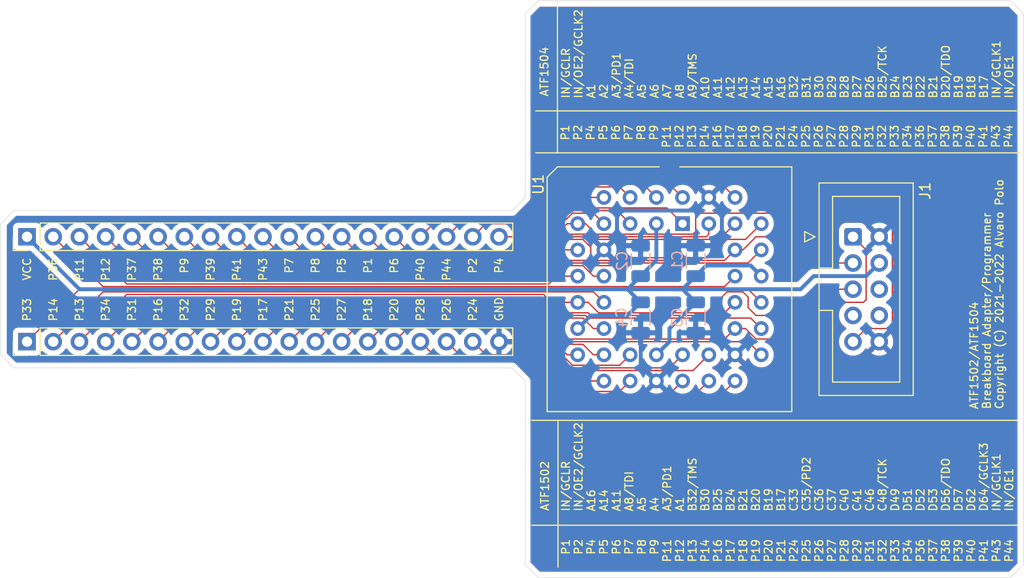
<source format=kicad_pcb>
(kicad_pcb (version 20211014) (generator pcbnew)
  (layers (0 "F.Cu" signal) (31 "B.Cu" signal) (34 "B.Paste" user) (35 "F.Paste" user) (36 "B.SilkS" user "B.Silkscreen") (37 "F.SilkS" user "F.Silkscreen") (38 "B.Mask" user) (39 "F.Mask" user) (44 "Edge.Cuts" user))
  (net 0 "")
  (net 1 "GND")
  (net 4 "VCC")
  (net 6 "/TDI-P7")
  (net 7 "/TMS-P13")
  (net 8 "/TDO-P38")
  (net 9 "/TCK-P32")
  (net 10 "/P21")
  (net 11 "/P20")
  (net 12 "/P19")
  (net 13 "/P18")
  (net 14 "/P17")
  (net 15 "/P16")
  (net 16 "/P14")
  (net 17 "/P12")
  (net 18 "/P11")
  (net 19 "/P9")
  (net 20 "/P8")
  (net 21 "/P6")
  (net 22 "/P5")
  (net 23 "/P4")
  (net 24 "/P2")
  (net 25 "/P1")
  (net 26 "/P44")
  (net 27 "/P43")
  (net 28 "/P41")
  (net 29 "/P40")
  (net 30 "/P39")
  (net 31 "/P37")
  (net 32 "/P36")
  (net 33 "/P34")
  (net 34 "/P33")
  (net 35 "/P31")
  (net 36 "/P29")
  (net 37 "/P28")
  (net 38 "/P27")
  (net 39 "/P26")
  (net 40 "/P25")
  (net 41 "/P24")
  (footprint "Package_LCC:PLCC-44_THT-Socket" (layer "F.Cu") (at 139.7 68.58)
    (fp_text reference "U1" (at -13.97 -3.81 90) (layer "F.SilkS"))
    (fp_text value "atf15xx_PLCC44")
    (fp_line (start -2.27 -5.5) (end -12.12 -5.5) (layer "F.SilkS") (width 0.12))
    (fp_line (start -13.12 18.2) (end 10.58 18.2) (layer "F.SilkS") (width 0.12))
    (fp_line (start -13.12 -4.5) (end -13.12 18.2) (layer "F.SilkS") (width 0.12))
    (fp_line (start -12.12 -5.5) (end -13.12 -4.5) (layer "F.SilkS") (width 0.12))
    (fp_line (start 10.58 18.2) (end 10.58 -5.5) (layer "F.SilkS") (width 0.12))
    (fp_line (start 10.58 -5.5) (end -0.27 -5.5) (layer "F.SilkS") (width 0.12))
    (pad "1" thru_hole rect locked (at 0 0) (size 1.4224 1.4224) (drill 0.8) (layers *.Cu *.Mask) (net 25 "/P1"))
    (pad "2" thru_hole circle locked (at -2.54 -2.54) (size 1.4224 1.4224) (drill 0.8) (layers *.Cu *.Mask) (net 24 "/P2"))
    (pad "3" thru_hole circle locked (at -2.54 0) (size 1.4224 1.4224) (drill 0.8) (layers *.Cu *.Mask) (net 4 "VCC"))
    (pad "4" thru_hole circle locked (at -5.08 -2.54) (size 1.4224 1.4224) (drill 0.8) (layers *.Cu *.Mask) (net 23 "/P4"))
    (pad "5" thru_hole circle locked (at -5.08 0) (size 1.4224 1.4224) (drill 0.8) (layers *.Cu *.Mask) (net 22 "/P5"))
    (pad "6" thru_hole circle locked (at -7.62 -2.54) (size 1.4224 1.4224) (drill 0.8) (layers *.Cu *.Mask) (net 21 "/P6"))
    (pad "7" thru_hole circle locked (at -10.16 0) (size 1.4224 1.4224) (drill 0.8) (layers *.Cu *.Mask) (net 6 "/TDI-P7"))
    (pad "8" thru_hole circle locked (at -7.62 0) (size 1.4224 1.4224) (drill 0.8) (layers *.Cu *.Mask) (net 20 "/P8"))
    (pad "9" thru_hole circle locked (at -10.16 2.54) (size 1.4224 1.4224) (drill 0.8) (layers *.Cu *.Mask) (net 19 "/P9"))
    (pad "10" thru_hole circle locked (at -7.62 2.54) (size 1.4224 1.4224) (drill 0.8) (layers *.Cu *.Mask) (net 1 "GND"))
    (pad "11" thru_hole circle locked (at -10.16 5.08) (size 1.4224 1.4224) (drill 0.8) (layers *.Cu *.Mask) (net 18 "/P11"))
    (pad "12" thru_hole circle locked (at -7.62 5.08) (size 1.4224 1.4224) (drill 0.8) (layers *.Cu *.Mask) (net 17 "/P12"))
    (pad "13" thru_hole circle locked (at -10.16 7.62) (size 1.4224 1.4224) (drill 0.8) (layers *.Cu *.Mask) (net 7 "/TMS-P13"))
    (pad "14" thru_hole circle locked (at -7.62 7.62) (size 1.4224 1.4224) (drill 0.8) (layers *.Cu *.Mask) (net 16 "/P14"))
    (pad "15" thru_hole circle locked (at -10.16 10.16) (size 1.4224 1.4224) (drill 0.8) (layers *.Cu *.Mask) (net 4 "VCC"))
    (pad "16" thru_hole circle locked (at -7.62 10.16) (size 1.4224 1.4224) (drill 0.8) (layers *.Cu *.Mask) (net 15 "/P16"))
    (pad "17" thru_hole circle locked (at -10.16 12.7) (size 1.4224 1.4224) (drill 0.8) (layers *.Cu *.Mask) (net 14 "/P17"))
    (pad "18" thru_hole circle locked (at -7.62 15.24) (size 1.4224 1.4224) (drill 0.8) (layers *.Cu *.Mask) (net 13 "/P18"))
    (pad "19" thru_hole circle locked (at -7.62 12.7) (size 1.4224 1.4224) (drill 0.8) (layers *.Cu *.Mask) (net 12 "/P19"))
    (pad "20" thru_hole circle locked (at -5.08 15.24) (size 1.4224 1.4224) (drill 0.8) (layers *.Cu *.Mask) (net 11 "/P20"))
    (pad "21" thru_hole circle locked (at -5.08 12.7) (size 1.4224 1.4224) (drill 0.8) (layers *.Cu *.Mask) (net 10 "/P21"))
    (pad "22" thru_hole circle locked (at -2.54 15.24) (size 1.4224 1.4224) (drill 0.8) (layers *.Cu *.Mask) (net 1 "GND"))
    (pad "23" thru_hole circle locked (at -2.54 12.7) (size 1.4224 1.4224) (drill 0.8) (layers *.Cu *.Mask) (net 4 "VCC"))
    (pad "24" thru_hole circle locked (at 0 15.24) (size 1.4224 1.4224) (drill 0.8) (layers *.Cu *.Mask) (net 41 "/P24"))
    (pad "25" thru_hole circle locked (at 0 12.7) (size 1.4224 1.4224) (drill 0.8) (layers *.Cu *.Mask) (net 40 "/P25"))
    (pad "26" thru_hole circle locked (at 2.54 15.24) (size 1.4224 1.4224) (drill 0.8) (layers *.Cu *.Mask) (net 39 "/P26"))
    (pad "27" thru_hole circle locked (at 2.54 12.7) (size 1.4224 1.4224) (drill 0.8) (layers *.Cu *.Mask) (net 38 "/P27"))
    (pad "28" thru_hole circle locked (at 5.08 15.24) (size 1.4224 1.4224) (drill 0.8) (layers *.Cu *.Mask) (net 37 "/P28"))
    (pad "29" thru_hole circle locked (at 7.62 12.7) (size 1.4224 1.4224) (drill 0.8) (layers *.Cu *.Mask) (net 36 "/P29"))
    (pad "30" thru_hole circle locked (at 5.08 12.7) (size 1.4224 1.4224) (drill 0.8) (layers *.Cu *.Mask) (net 1 "GND"))
    (pad "31" thru_hole circle locked (at 7.62 10.16) (size 1.4224 1.4224) (drill 0.8) (layers *.Cu *.Mask) (net 35 "/P31"))
    (pad "32" thru_hole circle locked (at 5.08 10.16) (size 1.4224 1.4224) (drill 0.8) (layers *.Cu *.Mask) (net 9 "/TCK-P32"))
    (pad "33" thru_hole circle locked (at 7.62 7.62) (size 1.4224 1.4224) (drill 0.8) (layers *.Cu *.Mask) (net 34 "/P33"))
    (pad "34" thru_hole circle locked (at 5.08 7.62) (size 1.4224 1.4224) (drill 0.8) (layers *.Cu *.Mask) (net 33 "/P34"))
    (pad "35" thru_hole circle locked (at 7.62 5.08) (size 1.4224 1.4224) (drill 0.8) (layers *.Cu *.Mask) (net 4 "VCC"))
    (pad "36" thru_hole circle locked (at 5.08 5.08) (size 1.4224 1.4224) (drill 0.8) (layers *.Cu *.Mask) (net 32 "/P36"))
    (pad "37" thru_hole circle locked (at 7.62 2.54) (size 1.4224 1.4224) (drill 0.8) (layers *.Cu *.Mask) (net 31 "/P37"))
    (pad "38" thru_hole circle locked (at 5.08 2.54) (size 1.4224 1.4224) (drill 0.8) (layers *.Cu *.Mask) (net 8 "/TDO-P38"))
    (pad "39" thru_hole circle locked (at 7.62 0) (size 1.4224 1.4224) (drill 0.8) (layers *.Cu *.Mask) (net 30 "/P39"))
    (pad "40" thru_hole circle locked (at 5.08 -2.54) (size 1.4224 1.4224) (drill 0.8) (layers *.Cu *.Mask) (net 29 "/P40"))
    (pad "41" thru_hole circle locked (at 5.08 0) (size 1.4224 1.4224) (drill 0.8) (layers *.Cu *.Mask) (net 28 "/P41"))
    (pad "42" thru_hole circle locked (at 2.54 -2.54) (size 1.4224 1.4224) (drill 0.8) (layers *.Cu *.Mask) (net 1 "GND"))
    (pad "43" thru_hole circle locked (at 2.54 0) (size 1.4224 1.4224) (drill 0.8) (layers *.Cu *.Mask) (net 27 "/P43"))
    (pad "44" thru_hole circle locked (at 0 -2.54) (size 1.4224 1.4224) (drill 0.8) (layers *.Cu *.Mask) (net 26 "/P44"))
  )
  (footprint "Connector_PinHeader_2.54mm:PinHeader_1x19_P2.54mm_Vertical" (layer "F.Cu") (at 76.2 80.01 90)
    (fp_text reference "J3")
    (fp_text value "Conn_01x19_Male")
    (fp_line (start -1.33 -1.33) (end 0 -1.33) (layer "F.SilkS") (width 0.12))
    (fp_line (start -1.33 0) (end -1.33 -1.33) (layer "F.SilkS") (width 0.12))
    (fp_line (start 1.33 1.27) (end 1.33 47.05) (layer "F.SilkS") (width 0.12))
    (fp_line (start -1.33 1.27) (end -1.33 47.05) (layer "F.SilkS") (width 0.12))
    (fp_line (start -1.33 47.05) (end 1.33 47.05) (layer "F.SilkS") (width 0.12))
    (fp_line (start -1.33 1.27) (end 1.33 1.27) (layer "F.SilkS") (width 0.12))
    (pad "1" thru_hole rect locked (at 0 0 90) (size 1.7 1.7) (drill 1) (layers *.Cu *.Mask) (net 34 "/P33"))
    (pad "2" thru_hole oval locked (at 0 2.54 90) (size 1.7 1.7) (drill 1) (layers *.Cu *.Mask) (net 16 "/P14"))
    (pad "3" thru_hole oval locked (at 0 5.08 90) (size 1.7 1.7) (drill 1) (layers *.Cu *.Mask) (net 7 "/TMS-P13"))
    (pad "4" thru_hole oval locked (at 0 7.62 90) (size 1.7 1.7) (drill 1) (layers *.Cu *.Mask) (net 33 "/P34"))
    (pad "5" thru_hole oval locked (at 0 10.16 90) (size 1.7 1.7) (drill 1) (layers *.Cu *.Mask) (net 35 "/P31"))
    (pad "6" thru_hole oval locked (at 0 12.7 90) (size 1.7 1.7) (drill 1) (layers *.Cu *.Mask) (net 15 "/P16"))
    (pad "7" thru_hole oval locked (at 0 15.24 90) (size 1.7 1.7) (drill 1) (layers *.Cu *.Mask) (net 9 "/TCK-P32"))
    (pad "8" thru_hole oval locked (at 0 17.78 90) (size 1.7 1.7) (drill 1) (layers *.Cu *.Mask) (net 36 "/P29"))
    (pad "9" thru_hole oval locked (at 0 20.32 90) (size 1.7 1.7) (drill 1) (layers *.Cu *.Mask) (net 12 "/P19"))
    (pad "10" thru_hole oval locked (at 0 22.86 90) (size 1.7 1.7) (drill 1) (layers *.Cu *.Mask) (net 14 "/P17"))
    (pad "11" thru_hole oval locked (at 0 25.4 90) (size 1.7 1.7) (drill 1) (layers *.Cu *.Mask) (net 10 "/P21"))
    (pad "12" thru_hole oval locked (at 0 27.94 90) (size 1.7 1.7) (drill 1) (layers *.Cu *.Mask) (net 40 "/P25"))
    (pad "13" thru_hole oval locked (at 0 30.48 90) (size 1.7 1.7) (drill 1) (layers *.Cu *.Mask) (net 38 "/P27"))
    (pad "14" thru_hole oval locked (at 0 33.02 90) (size 1.7 1.7) (drill 1) (layers *.Cu *.Mask) (net 13 "/P18"))
    (pad "15" thru_hole oval locked (at 0 35.56 90) (size 1.7 1.7) (drill 1) (layers *.Cu *.Mask) (net 11 "/P20"))
    (pad "16" thru_hole oval locked (at 0 38.1 90) (size 1.7 1.7) (drill 1) (layers *.Cu *.Mask) (net 37 "/P28"))
    (pad "17" thru_hole oval locked (at 0 40.64 90) (size 1.7 1.7) (drill 1) (layers *.Cu *.Mask) (net 39 "/P26"))
    (pad "18" thru_hole oval locked (at 0 43.18 90) (size 1.7 1.7) (drill 1) (layers *.Cu *.Mask) (net 41 "/P24"))
    (pad "19" thru_hole oval locked (at 0 45.72 90) (size 1.7 1.7) (drill 1) (layers *.Cu *.Mask) (net 1 "GND"))
  )
  (footprint "Connector_IDC:IDC-Header_2x05_P2.54mm_Vertical" (layer "F.Cu") (at 156.21 69.85)
    (fp_text reference "J1" (at 6.985 -4.445 90) (layer "F.SilkS"))
    (fp_text value "ATMEL JTAG-A")
    (fp_line (start -3.29 15.37) (end -3.29 -5.21) (layer "F.SilkS") (width 0.12))
    (fp_line (start -1.98 3.03) (end -1.98 -3.91) (layer "F.SilkS") (width 0.12))
    (fp_line (start -4.68 0.5) (end -3.68 0) (layer "F.SilkS") (width 0.12))
    (fp_line (start -3.68 0) (end -4.68 -0.5) (layer "F.SilkS") (width 0.12))
    (fp_line (start -4.68 -0.5) (end -4.68 0.5) (layer "F.SilkS") (width 0.12))
    (fp_line (start -1.98 7.13) (end -3.29 7.13) (layer "F.SilkS") (width 0.12))
    (fp_line (start 5.83 -5.21) (end 5.83 15.37) (layer "F.SilkS") (width 0.12))
    (fp_line (start 4.52 -3.91) (end 4.52 14.07) (layer "F.SilkS") (width 0.12))
    (fp_line (start -1.98 14.07) (end -1.98 7.13) (layer "F.SilkS") (width 0.12))
    (fp_line (start -1.98 7.13) (end -1.98 7.13) (layer "F.SilkS") (width 0.12))
    (fp_line (start -3.29 3.03) (end -1.98 3.03) (layer "F.SilkS") (width 0.12))
    (fp_line (start -3.29 -5.21) (end 5.83 -5.21) (layer "F.SilkS") (width 0.12))
    (fp_line (start 4.52 14.07) (end -1.98 14.07) (layer "F.SilkS") (width 0.12))
    (fp_line (start 5.83 15.37) (end -3.29 15.37) (layer "F.SilkS") (width 0.12))
    (fp_line (start -1.98 -3.91) (end 4.52 -3.91) (layer "F.SilkS") (width 0.12))
    (pad "1" thru_hole roundrect locked (at 0 0) (size 1.7 1.7) (drill 1) (layers *.Cu *.Mask) (roundrect_rratio 0.1470588235) (net 9 "/TCK-P32"))
    (pad "2" thru_hole circle locked (at 2.54 0) (size 1.7 1.7) (drill 1) (layers *.Cu *.Mask) (net 1 "GND"))
    (pad "3" thru_hole circle locked (at 0 2.54) (size 1.7 1.7) (drill 1) (layers *.Cu *.Mask) (net 8 "/TDO-P38"))
    (pad "4" thru_hole circle locked (at 2.54 2.54) (size 1.7 1.7) (drill 1) (layers *.Cu *.Mask) (net 4 "VCC"))
    (pad "5" thru_hole circle locked (at 0 5.08) (size 1.7 1.7) (drill 1) (layers *.Cu *.Mask) (net 7 "/TMS-P13"))
    (pad "6" thru_hole circle locked (at 2.54 5.08) (size 1.7 1.7) (drill 1) (layers *.Cu *.Mask))
    (pad "7" thru_hole circle locked (at 0 7.62) (size 1.7 1.7) (drill 1) (layers *.Cu *.Mask))
    (pad "8" thru_hole circle locked (at 2.54 7.62) (size 1.7 1.7) (drill 1) (layers *.Cu *.Mask))
    (pad "9" thru_hole circle locked (at 0 10.16) (size 1.7 1.7) (drill 1) (layers *.Cu *.Mask) (net 6 "/TDI-P7"))
    (pad "10" thru_hole circle locked (at 2.54 10.16) (size 1.7 1.7) (drill 1) (layers *.Cu *.Mask) (net 1 "GND"))
  )
  (footprint "Connector_PinHeader_2.54mm:PinHeader_1x19_P2.54mm_Vertical" (layer "F.Cu") (at 76.2 69.85 90)
    (fp_text reference "J2")
    (fp_text value "Conn_01x19_Male")
    (fp_line (start -1.33 1.27) (end 1.33 1.27) (layer "F.SilkS") (width 0.12))
    (fp_line (start -1.33 47.05) (end 1.33 47.05) (layer "F.SilkS") (width 0.12))
    (fp_line (start 1.33 1.27) (end 1.33 47.05) (layer "F.SilkS") (width 0.12))
    (fp_line (start -1.33 0) (end -1.33 -1.33) (layer "F.SilkS") (width 0.12))
    (fp_line (start -1.33 -1.33) (end 0 -1.33) (layer "F.SilkS") (width 0.12))
    (fp_line (start -1.33 1.27) (end -1.33 47.05) (layer "F.SilkS") (width 0.12))
    (pad "1" thru_hole rect locked (at 0 0 90) (size 1.7 1.7) (drill 1) (layers *.Cu *.Mask) (net 4 "VCC"))
    (pad "2" thru_hole oval locked (at 0 2.54 90) (size 1.7 1.7) (drill 1) (layers *.Cu *.Mask) (net 32 "/P36"))
    (pad "3" thru_hole oval locked (at 0 5.08 90) (size 1.7 1.7) (drill 1) (layers *.Cu *.Mask) (net 18 "/P11"))
    (pad "4" thru_hole oval locked (at 0 7.62 90) (size 1.7 1.7) (drill 1) (layers *.Cu *.Mask) (net 17 "/P12"))
    (pad "5" thru_hole oval locked (at 0 10.16 90) (size 1.7 1.7) (drill 1) (layers *.Cu *.Mask) (net 31 "/P37"))
    (pad "6" thru_hole oval locked (at 0 12.7 90) (size 1.7 1.7) (drill 1) (layers *.Cu *.Mask) (net 8 "/TDO-P38"))
    (pad "7" thru_hole oval locked (at 0 15.24 90) (size 1.7 1.7) (drill 1) (layers *.Cu *.Mask) (net 19 "/P9"))
    (pad "8" thru_hole oval locked (at 0 17.78 90) (size 1.7 1.7) (drill 1) (layers *.Cu *.Mask) (net 30 "/P39"))
    (pad "9" thru_hole oval locked (at 0 20.32 90) (size 1.7 1.7) (drill 1) (layers *.Cu *.Mask) (net 28 "/P41"))
    (pad "10" thru_hole oval locked (at 0 22.86 90) (size 1.7 1.7) (drill 1) (layers *.Cu *.Mask) (net 27 "/P43"))
    (pad "11" thru_hole oval locked (at 0 25.4 90) (size 1.7 1.7) (drill 1) (layers *.Cu *.Mask) (net 6 "/TDI-P7"))
    (pad "12" thru_hole oval locked (at 0 27.94 90) (size 1.7 1.7) (drill 1) (layers *.Cu *.Mask) (net 20 "/P8"))
    (pad "13" thru_hole oval locked (at 0 30.48 90) (size 1.7 1.7) (drill 1) (layers *.Cu *.Mask) (net 22 "/P5"))
    (pad "14" thru_hole oval locked (at 0 33.02 90) (size 1.7 1.7) (drill 1) (layers *.Cu *.Mask) (net 25 "/P1"))
    (pad "15" thru_hole oval locked (at 0 35.56 90) (size 1.7 1.7) (drill 1) (layers *.Cu *.Mask) (net 21 "/P6"))
    (pad "16" thru_hole oval locked (at 0 38.1 90) (size 1.7 1.7) (drill 1) (layers *.Cu *.Mask) (net 29 "/P40"))
    (pad "17" thru_hole oval locked (at 0 40.64 90) (size 1.7 1.7) (drill 1) (layers *.Cu *.Mask) (net 26 "/P44"))
    (pad "18" thru_hole oval locked (at 0 43.18 90) (size 1.7 1.7) (drill 1) (layers *.Cu *.Mask) (net 24 "/P2"))
    (pad "19" thru_hole oval locked (at 0 45.72 90) (size 1.7 1.7) (drill 1) (layers *.Cu *.Mask) (net 23 "/P4"))
  )
  (footprint "Capacitor_SMD:C_1206_3216Metric" (layer "B.Cu") (at 140.97 72.185 90)
    (fp_text reference "C1" (at 0.049 -1.778 90) (layer "B.SilkS") (effects (justify mirror)))
    (fp_text value "100nF")
    (fp_line (start -0.711252 0.91) (end 0.711252 0.91) (layer "B.SilkS") (width 0.12))
    (fp_line (start -0.711252 -0.91) (end 0.711252 -0.91) (layer "B.SilkS") (width 0.12))
    (pad "1" smd roundrect locked (at -1.475 0 90) (size 1.15 1.8) (layers "B.Cu" "B.Paste" "B.Mask") (roundrect_rratio 0.2173904348) (net 4 "VCC"))
    (pad "2" smd roundrect locked (at 1.475 0 90) (size 1.15 1.8) (layers "B.Cu" "B.Paste" "B.Mask") (roundrect_rratio 0.2173904348) (net 1 "GND"))
  )
  (footprint "Capacitor_SMD:C_1206_3216Metric" (layer "B.Cu") (at 135.636 72.185 90)
    (fp_text reference "C2" (at 0 -1.778 270) (layer "B.SilkS") (effects (justify mirror)))
    (fp_text value "100nF")
    (fp_line (start -0.711252 -0.91) (end 0.711252 -0.91) (layer "B.SilkS") (width 0.12))
    (fp_line (start -0.711252 0.91) (end 0.711252 0.91) (layer "B.SilkS") (width 0.12))
    (pad "1" smd roundrect locked (at -1.475 0 90) (size 1.15 1.8) (layers "B.Cu" "B.Paste" "B.Mask") (roundrect_rratio 0.2173904348) (net 4 "VCC"))
    (pad "2" smd roundrect locked (at 1.475 0 90) (size 1.15 1.8) (layers "B.Cu" "B.Paste" "B.Mask") (roundrect_rratio 0.2173904348) (net 1 "GND"))
  )
  (footprint "Capacitor_SMD:C_1206_3216Metric" (layer "B.Cu") (at 140.97 77.675 -90)
    (fp_text reference "C3" (at 0 1.778 -90) (layer "B.SilkS") (effects (justify mirror)))
    (fp_text value "100nF")
    (fp_line (start -0.711252 0.91) (end 0.711252 0.91) (layer "B.SilkS") (width 0.12))
    (fp_line (start -0.711252 -0.91) (end 0.711252 -0.91) (layer "B.SilkS") (width 0.12))
    (pad "1" smd roundrect locked (at -1.475 0 270) (size 1.15 1.8) (layers "B.Cu" "B.Paste" "B.Mask") (roundrect_rratio 0.2173904348) (net 4 "VCC"))
    (pad "2" smd roundrect locked (at 1.475 0 270) (size 1.15 1.8) (layers "B.Cu" "B.Paste" "B.Mask") (roundrect_rratio 0.2173904348) (net 1 "GND"))
  )
  (footprint "Capacitor_SMD:C_1206_3216Metric" (layer "B.Cu") (at 135.636 77.675 -90)
    (fp_text reference "C4" (at 0 1.85 -90) (layer "B.SilkS") (effects (justify mirror)))
    (fp_text value "100nF")
    (fp_line (start -0.711252 0.91) (end 0.711252 0.91) (layer "B.SilkS") (width 0.12))
    (fp_line (start -0.711252 -0.91) (end 0.711252 -0.91) (layer "B.SilkS") (width 0.12))
    (pad "1" smd roundrect locked (at -1.475 0 270) (size 1.15 1.8) (layers "B.Cu" "B.Paste" "B.Mask") (roundrect_rratio 0.2173904348) (net 4 "VCC"))
    (pad "2" smd roundrect locked (at 1.475 0 270) (size 1.15 1.8) (layers "B.Cu" "B.Paste" "B.Mask") (roundrect_rratio 0.2173904348) (net 1 "GND"))
  )
  (gr_line (start 125.095 87.63) (end 172.085 87.63) (layer "F.SilkS") (width 0.12))
  (gr_line (start 125.476 57.658) (end 172.03 57.658) (layer "F.SilkS") (width 0.12))
  (gr_line (start 125.476 61.722) (end 172.466 61.722) (layer "F.SilkS") (width 0.12))
  (gr_line (start 127.58 61.722) (end 127.58 47.498) (layer "F.SilkS") (width 0.12))
  (gr_line (start 127.635 101.854) (end 127.635 87.63) (layer "F.SilkS") (width 0.12))
  (gr_line (start 125.095 97.79) (end 172.085 97.79) (layer "F.SilkS") (width 0.12))
  (gr_line (start 171.45 46.99) (end 125.73 46.99) (layer "Edge.Cuts") (width 0.05))
  (gr_line (start 124.46 83.82) (end 124.46 85.09) (layer "Edge.Cuts") (width 0.05))
  (gr_line (start 124.46 101.6) (end 125.73 102.87) (layer "Edge.Cuts") (width 0.05))
  (gr_line (start 124.46 66.04) (end 123.19 67.31) (layer "Edge.Cuts") (width 0.05))
  (gr_line (start 172.72 101.6) (end 172.72 77.47) (layer "Edge.Cuts") (width 0.05))
  (gr_line (start 124.46 64.77) (end 124.46 66.04) (layer "Edge.Cuts") (width 0.05))
  (gr_line (start 125.73 102.87) (end 171.45 102.87) (layer "Edge.Cuts") (width 0.05))
  (gr_line (start 123.19 67.31) (end 119.38 67.31) (layer "Edge.Cuts") (width 0.05))
  (gr_line (start 74.93 82.55) (end 86.36 82.55) (layer "Edge.Cuts") (width 0.05))
  (gr_line (start 73.66 68.58) (end 73.66 81.28) (layer "Edge.Cuts") (width 0.05))
  (gr_line (start 119.38 67.31) (end 74.93 67.31) (layer "Edge.Cuts") (width 0.05))
  (gr_line (start 124.46 48.26) (end 125.73 46.99) (layer "Edge.Cuts") (width 0.05))
  (gr_line (start 172.72 77.47) (end 172.72 48.26) (layer "Edge.Cuts") (width 0.05))
  (gr_line (start 124.46 64.77) (end 124.46 48.26) (layer "Edge.Cuts") (width 0.05))
  (gr_line (start 86.36 82.55) (end 123.19 82.55) (layer "Edge.Cuts") (width 0.05))
  (gr_line (start 123.19 82.55) (end 124.46 83.82) (layer "Edge.Cuts") (width 0.05))
  (gr_line (start 171.45 102.87) (end 172.72 101.6) (layer "Edge.Cuts") (width 0.05))
  (gr_line (start 172.72 48.26) (end 171.45 46.99) (layer "Edge.Cuts") (width 0.05))
  (gr_line (start 124.46 85.09) (end 124.46 101.6) (layer "Edge.Cuts") (width 0.05))
  (gr_line (start 73.66 81.28) (end 74.93 82.55) (layer "Edge.Cuts") (width 0.05))
  (gr_line (start 74.93 67.31) (end 73.66 68.58) (layer "Edge.Cuts") (width 0.05))
  (gr_text "P11" (at 81.28 71.815 90) (layer "F.SilkS") (effects (font (size 0.762 0.762) (thickness 0.127)) (justify right)))
  (gr_text "P12" (at 83.82 71.815 90) (layer "F.SilkS") (effects (font (size 0.762 0.762) (thickness 0.127)) (justify right)))
  (gr_text "P37" (at 86.36 71.815 90) (layer "F.SilkS") (effects (font (size 0.762 0.762) (thickness 0.127)) (justify right)))
  (gr_text "P38" (at 88.9 71.815 90) (layer "F.SilkS") (effects (font (size 0.762 0.762) (thickness 0.127)) (justify right)))
  (gr_text "P9" (at 91.44 71.815 90) (layer "F.SilkS") (effects (font (size 0.762 0.762) (thickness 0.127)) (justify right)))
  (gr_text "P39" (at 93.98 71.815 90) (layer "F.SilkS") (effects (font (size 0.762 0.762) (thickness 0.127)) (justify right)))
  (gr_text "P43" (at 99.06 71.815 90) (layer "F.SilkS") (effects (font (size 0.762 0.762) (thickness 0.127)) (justify right)))
  (gr_text "P41" (at 96.52 71.815 90) (layer "F.SilkS") (effects (font (size 0.762 0.762) (thickness 0.127)) (justify right)))
  (gr_text "P6" (at 111.76 71.815 90) (layer "F.SilkS") (effects (font (size 0.762 0.762) (thickness 0.127)) (justify right)))
  (gr_text "P5" (at 106.68 71.815 90) (layer "F.SilkS") (effects (font (size 0.762 0.762) (thickness 0.127)) (justify right)))
  (gr_text "P7" (at 101.6 71.815 90) (layer "F.SilkS") (effects (font (size 0.762 0.762) (thickness 0.127)) (justify right)))
  (gr_text "P8" (at 104.14 71.815 90) (layer "F.SilkS") (effects (font (size 0.762 0.762) (thickness 0.127)) (justify right)))
  (gr_text "P1" (at 109.22 71.815 90) (layer "F.SilkS") (effects (font (size 0.762 0.762) (thickness 0.127)) (justify right)))
  (gr_text "P44" (at 116.84 71.815 90) (layer "F.SilkS") (effects (font (size 0.762 0.762) (thickness 0.127)) (justify right)))
  (gr_text "P4" (at 121.92 71.815 90) (layer "F.SilkS") (effects (font (size 0.762 0.762) (thickness 0.127)) (justify right)))
  (gr_text "P40" (at 114.3 71.815 90) (layer "F.SilkS") (effects (font (size 0.762 0.762) (thickness 0.127)) (justify right)))
  (gr_text "P2" (at 119.38 71.815 90) (layer "F.SilkS") (effects (font (size 0.762 0.762) (thickness 0.127)) (justify right)))
  (gr_text "P33" (at 76.2 78.105 90) (layer "F.SilkS") (effects (font (size 0.762 0.762) (thickness 0.127)) (justify left)))
  (gr_text "P14" (at 78.74 78.105 90) (layer "F.SilkS") (effects (font (size 0.762 0.762) (thickness 0.127)) (justify left)))
  (gr_text "P13" (at 81.28 78.105 90) (layer "F.SilkS") (effects (font (size 0.762 0.762) (thickness 0.127)) (justify left)))
  (gr_text "P34" (at 83.82 78.105 90) (layer "F.SilkS") (effects (font (size 0.762 0.762) (thickness 0.127)) (justify left)))
  (gr_text "P29" (at 93.98 78.105 90) (layer "F.SilkS") (effects (font (size 0.762 0.762) (thickness 0.127)) (justify left)))
  (gr_text "P31" (at 86.36 78.105 90) (layer "F.SilkS") (effects (font (size 0.762 0.762) (thickness 0.127)) (justify left)))
  (gr_text "P16" (at 88.9 78.105 90) (layer "F.SilkS") (effects (font (size 0.762 0.762) (thickness 0.127)) (justify left)))
  (gr_text "P19" (at 96.52 78.105 90) (layer "F.SilkS") (effects (font (size 0.762 0.762) (thickness 0.127)) (justify left)))
  (gr_text "P25" (at 104.14 78.105 90) (layer "F.SilkS") (effects (font (size 0.762 0.762) (thickness 0.127)) (justify left)))
  (gr_text "P17" (at 99.06 78.105 90) (layer "F.SilkS") (effects (font (size 0.762 0.762) (thickness 0.127)) (justify left)))
  (gr_text "P28" (at 114.3 78.105 90) (layer "F.SilkS") (effects (font (size 0.762 0.762) (thickness 0.127)) (justify left)))
  (gr_text "P20" (at 111.76 78.105 90) (layer "F.SilkS") (effects (font (size 0.762 0.762) (thickness 0.127)) (justify left)))
  (gr_text "P21" (at 101.6 78.105 90) (layer "F.SilkS") (effects (font (size 0.762 0.762) (thickness 0.127)) (justify left)))
  (gr_text "P18" (at 109.22 78.105 90) (layer "F.SilkS") (effects (font (size 0.762 0.762) (thickness 0.127)) (justify left)))
  (gr_text "P27" (at 106.68 78.105 90) (layer "F.SilkS") (effects (font (size 0.762 0.762) (thickness 0.127)) (justify left)))
  (gr_text "P24" (at 119.38 78.105 90) (layer "F.SilkS") (effects (font (size 0.762 0.762) (thickness 0.127)) (justify left)))
  (gr_text "P26" (at 116.84 78.105 90) (layer "F.SilkS") (effects (font (size 0.762 0.762) (thickness 0.127)) (justify left)))
  (gr_text "P32" (at 91.44 78.105 90) (layer "F.SilkS") (effects (font (size 0.762 0.762) (thickness 0.127)) (justify left)))
  (gr_text "P1\nP2\nP4\nP5\nP6\nP7\nP8\nP9\nP11\nP12\nP13\nP14\nP16\nP17\nP18\nP19\nP20\nP21\nP24\nP25\nP26\nP27\nP28\nP29\nP31\nP32\nP33\nP34\nP36\nP37\nP38\nP39\nP40\nP41\nP43\nP44" (at 149.86 99.06 90) (layer "F.SilkS") (effects (font (size 0.762 0.762) (thickness 0.127)) (justify right)))
  (gr_text "IN/GCLR\nIN/OE2/GCLK2\nA16\nA14\nA11\nA8/TDI\nA5\nA4\nA3/PD1\nA1\nB32/TMS\nB30\nB25\nB24\nB21\nB20\nB19\nB17\nC33\nC35/PD2\nC36\nC37\nC40\nC41\nC46\nC48/TCK\nD49\nD51\nD52\nD53\nD56/TDO\nD57\nD62\nD64/GCLK3\nIN/GCLK1\nIN/OE1" (at 149.86 96.52 90) (layer "F.SilkS") (effects (font (size 0.762 0.762) (thickness 0.127)) (justify left)))
  (gr_text "IN/GCLR\nIN/OE2/GCLK2\nA1\nA2\nA3/PD1\nA4/TDI\nA5\nA6\nA7\nA8\nA9/TMS\nA10\nA11\nA12\nA13\nA14\nA15\nA16\nB32\nB31\nB30\nB29\nB28\nB27\nB26\nB25/TCK\nB24\nB23\nB22\nB21\nB20/TDO\nB19\nB18\nB17\nIN/GCLK1\nIN/OE1" (at 149.86 56.515 90) (layer "F.SilkS") (effects (font (size 0.762 0.762) (thickness 0.127)) (justify left)))
  (gr_text "VCC" (at 76.2 71.814995 90) (layer "F.SilkS") (effects (font (size 0.762 0.762) (thickness 0.127)) (justify right)))
  (gr_text "GND" (at 121.92 78.105 90) (layer "F.SilkS") (effects (font (size 0.762 0.762) (thickness 0.127)) (justify left)))
  (gr_text "ATF1502" (at 126.365 93.98 90) (layer "F.SilkS") (effects (font (size 0.762 0.762) (thickness 0.127))))
  (gr_text "ATF1504" (at 126.310009 53.848 90) (layer "F.SilkS") (effects (font (size 0.762 0.762) (thickness 0.127))))
  (gr_text "P1\nP2\nP4\nP5\nP6\nP7\nP8\nP9\nP11\nP12\nP13\nP14\nP16\nP17\nP18\nP19\nP20\nP21\nP24\nP25\nP26\nP27\nP28\nP29\nP31\nP32\nP33\nP34\nP36\nP37\nP38\nP39\nP40\nP41\nP43\nP44" (at 149.805 58.928 90) (layer "F.SilkS") (effects (font (size 0.762 0.762) (thickness 0.127)) (justify right)))
  (gr_text "P36" (at 78.74 71.815 90) (layer "F.SilkS") (effects (font (size 0.762 0.762) (thickness 0.127)) (justify right)))
  (gr_text "ATF1502/ATF1504\nBreakboard Adapter/Programmer\nCopyright (C) 2021-2022 Alvaro Polo" (at 169.164 86.614 90) (layer "F.SilkS") (effects (font (size 0.762 0.762) (thickness 0.127)) (justify left)))
  (segment (start 133.35 69.85) (end 133.35 67.818) (width 0.381) (layer "B.Cu") (net 1))
  (segment (start 143.51 67.31) (end 142.24 66.04) (width 0.381) (layer "B.Cu") (net 1))
  (segment (start 135.648701 82.308701) (end 137.16 83.82) (width 0.381) (layer "B.Cu") (net 1))
  (segment (start 140.97 79.15) (end 142.65 79.15) (width 0.381) (layer "B.Cu") (net 1))
  (segment (start 135.648701 79.162701) (end 135.648701 82.308701) (width 0.381) (layer "B.Cu") (net 1))
  (segment (start 142.65 79.15) (end 144.78 81.28) (width 0.381) (layer "B.Cu") (net 1))
  (segment (start 133.35 67.818) (end 133.858 67.31) (width 0.381) (layer "B.Cu") (net 1))
  (segment (start 132.08 71.12) (end 133.35 69.85) (width 0.381) (layer "B.Cu") (net 1))
  (segment (start 143.51 69.596) (end 143.51 67.31) (width 0.381) (layer "B.Cu") (net 1))
  (segment (start 142.396 70.71) (end 143.51 69.596) (width 0.381) (layer "B.Cu") (net 1))
  (segment (start 140.97 67.31) (end 142.24 66.04) (width 0.381) (layer "B.Cu") (net 1))
  (segment (start 133.858 67.31) (end 140.97 67.31) (width 0.381) (layer "B.Cu") (net 1))
  (segment (start 140.97 70.71) (end 142.396 70.71) (width 0.381) (layer "B.Cu") (net 1))
  (segment (start 135.636 79.15) (end 135.648701 79.162701) (width 0.381) (layer "B.Cu") (net 1))
  (segment (start 141.998701 72.631299) (end 140.97 73.66) (width 0.381) (layer "B.Cu") (net 4))
  (segment (start 138.43 78.74) (end 140.97 76.2) (width 0.381) (layer "B.Cu") (net 4))
  (segment (start 151.13 74.93) (end 152.4 73.66) (width 0.381) (layer "B.Cu") (net 4))
  (segment (start 81.28 74.93) (end 133.096 74.93) (width 0.381) (layer "B.Cu") (net 4))
  (segment (start 139.7 74.93) (end 140.97 73.66) (width 0.381) (layer "B.Cu") (net 4))
  (segment (start 152.4 73.66) (end 157.48 73.66) (width 0.381) (layer "B.Cu") (net 4))
  (segment (start 139.7 74.93) (end 140.97 76.2) (width 0.381) (layer "B.Cu") (net 4))
  (segment (start 134.366 77.47) (end 135.636 76.2) (width 0.381) (layer "B.Cu") (net 4))
  (segment (start 157.48 73.66) (end 158.75 72.39) (width 0.381) (layer "B.Cu") (net 4))
  (segment (start 138.684 74.93) (end 139.7 74.93) (width 0.381) (layer "B.Cu") (net 4))
  (segment (start 147.32 73.66) (end 146.291299 72.631299) (width 0.381) (layer "B.Cu") (net 4))
  (segment (start 146.291299 72.631299) (end 141.998701 72.631299) (width 0.381) (layer "B.Cu") (net 4))
  (segment (start 137.16 72.136) (end 137.16 68.58) (width 0.381) (layer "B.Cu") (net 4))
  (segment (start 130.81 77.47) (end 134.366 77.47) (width 0.381) (layer "B.Cu") (net 4))
  (segment (start 138.43 80.01) (end 138.43 78.74) (width 0.381) (layer "B.Cu") (net 4))
  (segment (start 135.636 73.66) (end 137.16 72.136) (width 0.381) (layer "B.Cu") (net 4))
  (segment (start 76.2 69.85) (end 81.28 74.93) (width 0.381) (layer "B.Cu") (net 4))
  (segment (start 129.54 78.74) (end 130.81 77.47) (width 0.381) (layer "B.Cu") (net 4))
  (segment (start 135.636 76.2) (end 134.366 74.93) (width 0.381) (layer "B.Cu") (net 4))
  (segment (start 134.112 74.93) (end 138.684 74.93) (width 0.381) (layer "B.Cu") (net 4))
  (segment (start 137.16 81.28) (end 138.43 80.01) (width 0.381) (layer "B.Cu") (net 4))
  (segment (start 134.366 74.93) (end 134.112 74.93) (width 0.381) (layer "B.Cu") (net 4))
  (segment (start 138.684 74.93) (end 151.13 74.93) (width 0.381) (layer "B.Cu") (net 4))
  (segment (start 135.636 73.66) (end 134.366 74.93) (width 0.381) (layer "B.Cu") (net 4))
  (segment (start 133.096 74.93) (end 134.112 74.93) (width 0.381) (layer "B.Cu") (net 4))
  (segment (start 158.75 67.564) (end 160.02 68.834) (width 0.127) (layer "F.Cu") (net 6))
  (segment (start 104.14 72.39) (end 124.714 72.39) (width 0.127) (layer "F.Cu") (net 6))
  (segment (start 157.48 78.74) (end 156.21 80.01) (width 0.127) (layer "F.Cu") (net 6))
  (segment (start 101.6 69.85) (end 104.14 72.39) (width 0.127) (layer "F.Cu") (net 6))
  (segment (start 140.97 67.818) (end 141.224 67.564) (width 0.127) (layer "F.Cu") (net 6))
  (segment (start 124.714 72.39) (end 128.524 68.58) (width 0.127) (layer "F.Cu") (net 6))
  (segment (start 128.524 68.58) (end 129.54 68.58) (width 0.127) (layer "F.Cu") (net 6))
  (segment (start 141.224 67.564) (end 158.75 67.564) (width 0.127) (layer "F.Cu") (net 6))
  (segment (start 130.302 68.58) (end 131.318 69.596) (width 0.127) (layer "F.Cu") (net 6))
  (segment (start 131.318 69.596) (end 140.716 69.596) (width 0.127) (layer "F.Cu") (net 6))
  (segment (start 160.02 78.232) (end 159.512 78.74) (width 0.127) (layer "F.Cu") (net 6))
  (segment (start 140.716 69.596) (end 140.97 69.342) (width 0.127) (layer "F.Cu") (net 6))
  (segment (start 160.02 68.834) (end 160.02 78.232) (width 0.127) (layer "F.Cu") (net 6))
  (segment (start 129.54 68.58) (end 130.302 68.58) (width 0.127) (layer "F.Cu") (net 6))
  (segment (start 159.512 78.74) (end 157.48 78.74) (width 0.127) (layer "F.Cu") (net 6))
  (segment (start 140.97 69.342) (end 140.97 67.818) (width 0.127) (layer "F.Cu") (net 6))
  (segment (start 129.54 76.2) (end 128.27 76.2) (width 0.127) (layer "F.Cu") (net 7))
  (segment (start 146.05 76.708) (end 146.812 77.47) (width 0.127) (layer "F.Cu") (net 7))
  (segment (start 85.851931 75.438069) (end 81.28 80.01) (width 0.127) (layer "F.Cu") (net 7))
  (segment (start 129.54 76.2) (end 130.556 76.2) (width 0.127) (layer "F.Cu") (net 7))
  (segment (start 107.949931 75.438069) (end 85.851931 75.438069) (width 0.127) (layer "F.Cu") (net 7))
  (segment (start 146.05 75.692) (end 146.05 76.708) (width 0.127) (layer "F.Cu") (net 7))
  (segment (start 141.986 77.216) (end 144.018 75.184) (width 0.127) (layer "F.Cu") (net 7))
  (segment (start 131.572 77.216) (end 141.986 77.216) (width 0.127) (layer "F.Cu") (net 7))
  (segment (start 146.812 77.47) (end 150.368 77.47) (width 0.127) (layer "F.Cu") (net 7))
  (segment (start 126.238 75.438) (end 127 76.2) (width 0.127) (layer "F.Cu") (net 7))
  (segment (start 145.542 75.184) (end 146.05 75.692) (width 0.127) (layer "F.Cu") (net 7))
  (segment (start 107.95 75.438) (end 107.949931 75.438069) (width 0.127) (layer "F.Cu") (net 7))
  (segment (start 144.018 75.184) (end 145.542 75.184) (width 0.127) (layer "F.Cu") (net 7))
  (segment (start 126.238 75.438) (end 107.95 75.438) (width 0.127) (layer "F.Cu") (net 7))
  (segment (start 152.908 74.93) (end 156.21 74.93) (width 0.127) (layer "F.Cu") (net 7))
  (segment (start 130.556 76.2) (end 131.572 77.216) (width 0.127) (layer "F.Cu") (net 7))
  (segment (start 150.368 77.47) (end 152.908 74.93) (width 0.127) (layer "F.Cu") (net 7))
  (segment (start 127 76.2) (end 128.27 76.2) (width 0.127) (layer "F.Cu") (net 7))
  (segment (start 130.81 72.39) (end 133.604 72.39) (width 0.127) (layer "F.Cu") (net 8))
  (segment (start 133.858 72.136) (end 143.764 72.136) (width 0.127) (layer "F.Cu") (net 8))
  (segment (start 156.21 72.39) (end 150.368 72.39) (width 0.127) (layer "F.Cu") (net 8))
  (segment (start 125.984 73.66) (end 127.508 72.136) (width 0.127) (layer "F.Cu") (net 8))
  (segment (start 127.508 72.136) (end 130.556 72.136) (width 0.127) (layer "F.Cu") (net 8))
  (segment (start 92.71 73.66) (end 125.984 73.66) (width 0.127) (layer "F.Cu") (net 8))
  (segment (start 150.368 72.39) (end 147.828 69.85) (width 0.127) (layer "F.Cu") (net 8))
  (segment (start 143.764 72.136) (end 144.78 71.12) (width 0.127) (layer "F.Cu") (net 8))
  (segment (start 145.542 71.12) (end 146.812 69.85) (width 0.127) (layer "F.Cu") (net 8))
  (segment (start 144.78 71.12) (end 145.542 71.12) (width 0.127) (layer "F.Cu") (net 8))
  (segment (start 130.556 72.136) (end 130.81 72.39) (width 0.127) (layer "F.Cu") (net 8))
  (segment (start 88.9 69.85) (end 92.71 73.66) (width 0.127) (layer "F.Cu") (net 8))
  (segment (start 133.604 72.39) (end 133.858 72.136) (width 0.127) (layer "F.Cu") (net 8))
  (segment (start 146.812 69.85) (end 147.828 69.85) (width 0.127) (layer "F.Cu") (net 8))
  (segment (start 157.48 75.946) (end 157.48 71.12) (width 0.127) (layer "F.Cu") (net 9))
  (segment (start 143.764 79.756) (end 144.78 78.74) (width 0.127) (layer "F.Cu") (net 9))
  (segment (start 94.995891 76.454109) (end 108.965891 76.454109) (width 0.127) (layer "F.Cu") (net 9))
  (segment (start 146.812 79.756) (end 151.384 79.756) (width 0.127) (layer "F.Cu") (net 9))
  (segment (start 108.966 76.454) (end 125.222 76.454) (width 0.127) (layer "F.Cu") (net 9))
  (segment (start 151.384 79.756) (end 154.94 76.2) (width 0.127) (layer "F.Cu") (net 9))
  (segment (start 91.44 80.01) (end 94.995891 76.454109) (width 0.127) (layer "F.Cu") (net 9))
  (segment (start 157.226 76.2) (end 157.48 75.946) (width 0.127) (layer "F.Cu") (net 9))
  (segment (start 108.965891 76.454109) (end 108.966 76.454) (width 0.127) (layer "F.Cu") (net 9))
  (segment (start 145.796 78.74) (end 146.812 79.756) (width 0.127) (layer "F.Cu") (net 9))
  (segment (start 157.48 71.12) (end 156.21 69.85) (width 0.127) (layer "F.Cu") (net 9))
  (segment (start 144.78 78.74) (end 145.796 78.74) (width 0.127) (layer "F.Cu") (net 9))
  (segment (start 157.226 76.2) (end 154.94 76.2) (width 0.127) (layer "F.Cu") (net 9))
  (segment (start 128.524 79.756) (end 143.764 79.756) (width 0.127) (layer "F.Cu") (net 9))
  (segment (start 125.222 76.454) (end 128.524 79.756) (width 0.127) (layer "F.Cu") (net 9))
  (segment (start 104.139851 77.470149) (end 109.386747 77.470149) (width 0.127) (layer "F.Cu") (net 10))
  (segment (start 109.386747 77.470149) (end 109.386896 77.47) (width 0.127) (layer "F.Cu") (net 10))
  (segment (start 101.6 80.01) (end 104.139851 77.470149) (width 0.127) (layer "F.Cu") (net 10))
  (segment (start 133.604 82.296) (end 134.62 81.28) (width 0.127) (layer "F.Cu") (net 10))
  (segment (start 129.032 82.296) (end 133.604 82.296) (width 0.127) (layer "F.Cu") (net 10))
  (segment (start 124.206 77.47) (end 129.032 82.296) (width 0.127) (layer "F.Cu") (net 10))
  (segment (start 109.386896 77.47) (end 124.206 77.47) (width 0.127) (layer "F.Cu") (net 10))
  (segment (start 113.284 78.486) (end 123.19 78.486) (width 0.127) (layer "F.Cu") (net 11))
  (segment (start 111.76 80.01) (end 113.284 78.486) (width 0.127) (layer "F.Cu") (net 11))
  (segment (start 133.604 84.836) (end 134.62 83.82) (width 0.127) (layer "F.Cu") (net 11))
  (segment (start 129.54 84.836) (end 133.604 84.836) (width 0.127) (layer "F.Cu") (net 11))
  (segment (start 123.19 78.486) (end 129.54 84.836) (width 0.127) (layer "F.Cu") (net 11))
  (segment (start 130.048 80.264) (end 131.064 81.28) (width 0.127) (layer "F.Cu") (net 12))
  (segment (start 131.064 81.28) (end 132.08 81.28) (width 0.127) (layer "F.Cu") (net 12))
  (segment (start 124.714 76.962) (end 128.016 80.264) (width 0.127) (layer "F.Cu") (net 12))
  (segment (start 109.176448 76.962) (end 124.714 76.962) (width 0.127) (layer "F.Cu") (net 12))
  (segment (start 109.176319 76.962129) (end 109.176448 76.962) (width 0.127) (layer "F.Cu") (net 12))
  (segment (start 99.567871 76.962129) (end 109.176319 76.962129) (width 0.127) (layer "F.Cu") (net 12))
  (segment (start 128.016 80.264) (end 130.048 80.264) (width 0.127) (layer "F.Cu") (net 12))
  (segment (start 96.52 80.01) (end 99.567871 76.962129) (width 0.127) (layer "F.Cu") (net 12))
  (segment (start 123.444 78.232) (end 129.032 83.82) (width 0.127) (layer "F.Cu") (net 13))
  (segment (start 129.032 83.82) (end 132.08 83.82) (width 0.127) (layer "F.Cu") (net 13))
  (segment (start 109.22 80.01) (end 110.998 78.232) (width 0.127) (layer "F.Cu") (net 13))
  (segment (start 110.998 78.232) (end 123.444 78.232) (width 0.127) (layer "F.Cu") (net 13))
  (segment (start 101.853861 77.216139) (end 99.06 80.01) (width 0.127) (layer "F.Cu") (net 14))
  (segment (start 109.281533 77.216139) (end 101.853861 77.216139) (width 0.127) (layer "F.Cu") (net 14))
  (segment (start 109.281672 77.216) (end 109.281533 77.216139) (width 0.127) (layer "F.Cu") (net 14))
  (segment (start 124.46 77.216) (end 109.281672 77.216) (width 0.127) (layer "F.Cu") (net 14))
  (segment (start 124.46 77.216) (end 128.524 81.28) (width 0.127) (layer "F.Cu") (net 14))
  (segment (start 128.524 81.28) (end 129.54 81.28) (width 0.127) (layer "F.Cu") (net 14))
  (segment (start 130.048 77.724) (end 131.064 78.74) (width 0.127) (layer "F.Cu") (net 15))
  (segment (start 127 77.724) (end 130.048 77.724) (width 0.127) (layer "F.Cu") (net 15))
  (segment (start 108.265672 76.2) (end 125.476 76.2) (width 0.127) (layer "F.Cu") (net 15))
  (segment (start 125.476 76.2) (end 127 77.724) (width 0.127) (layer "F.Cu") (net 15))
  (segment (start 88.9 80.01) (end 92.709901 76.200099) (width 0.127) (layer "F.Cu") (net 15))
  (segment (start 108.265573 76.200099) (end 108.265672 76.2) (width 0.127) (layer "F.Cu") (net 15))
  (segment (start 92.709901 76.200099) (end 108.265573 76.200099) (width 0.127) (layer "F.Cu") (net 15))
  (segment (start 131.064 78.74) (end 132.08 78.74) (width 0.127) (layer "F.Cu") (net 15))
  (segment (start 83.565941 75.184059) (end 78.74 80.01) (width 0.127) (layer "F.Cu") (net 16))
  (segment (start 131.064 75.184) (end 97.55412 75.184) (width 0.127) (layer "F.Cu") (net 16))
  (segment (start 97.55412 75.184) (end 97.554061 75.184059) (width 0.127) (layer "F.Cu") (net 16))
  (segment (start 132.08 76.2) (end 131.064 75.184) (width 0.127) (layer "F.Cu") (net 16))
  (segment (start 97.554061 75.184059) (end 83.565941 75.184059) (width 0.127) (layer "F.Cu") (net 16))
  (segment (start 131.06396 73.66) (end 132.08 73.66) (width 0.127) (layer "F.Cu") (net 17))
  (segment (start 97.133205 74.168019) (end 97.133224 74.168) (width 0.127) (layer "F.Cu") (net 17))
  (segment (start 88.138019 74.168019) (end 97.133205 74.168019) (width 0.127) (layer "F.Cu") (net 17))
  (segment (start 130.04798 72.64402) (end 131.06396 73.66) (width 0.127) (layer "F.Cu") (net 17))
  (segment (start 128.01598 72.64402) (end 130.04798 72.64402) (width 0.127) (layer "F.Cu") (net 17))
  (segment (start 97.133224 74.168) (end 126.492 74.168) (width 0.127) (layer "F.Cu") (net 17))
  (segment (start 83.82 69.85) (end 88.138019 74.168019) (width 0.127) (layer "F.Cu") (net 17))
  (segment (start 126.492 74.168) (end 128.01598 72.64402) (width 0.127) (layer "F.Cu") (net 17))
  (segment (start 97.238448 74.422) (end 97.238419 74.422029) (width 0.127) (layer "F.Cu") (net 18))
  (segment (start 85.852029 74.422029) (end 81.28 69.85) (width 0.127) (layer "F.Cu") (net 18))
  (segment (start 126.746 74.422) (end 127.508 73.66) (width 0.127) (layer "F.Cu") (net 18))
  (segment (start 129.54 73.66) (end 128.524 73.66) (width 0.127) (layer "F.Cu") (net 18))
  (segment (start 126.746 74.422) (end 97.238448 74.422) (width 0.127) (layer "F.Cu") (net 18))
  (segment (start 127.508 73.66) (end 128.524 73.66) (width 0.127) (layer "F.Cu") (net 18))
  (segment (start 97.238419 74.422029) (end 85.852029 74.422029) (width 0.127) (layer "F.Cu") (net 18))
  (segment (start 129.54 71.12) (end 128.524 71.12) (width 0.127) (layer "F.Cu") (net 19))
  (segment (start 94.996 73.406) (end 91.44 69.85) (width 0.127) (layer "F.Cu") (net 19))
  (segment (start 125.73 73.406) (end 94.996 73.406) (width 0.127) (layer "F.Cu") (net 19))
  (segment (start 128.016 71.12) (end 128.524 71.12) (width 0.127) (layer "F.Cu") (net 19))
  (segment (start 125.73 73.406) (end 128.016 71.12) (width 0.127) (layer "F.Cu") (net 19))
  (segment (start 106.426 72.136) (end 124.46 72.136) (width 0.127) (layer "F.Cu") (net 20))
  (segment (start 104.14 69.85) (end 106.426 72.136) (width 0.127) (layer "F.Cu") (net 20))
  (segment (start 131.064 67.564) (end 132.08 68.58) (width 0.127) (layer "F.Cu") (net 20))
  (segment (start 129.032 67.564) (end 131.064 67.564) (width 0.127) (layer "F.Cu") (net 20))
  (segment (start 124.46 72.136) (end 129.032 67.564) (width 0.127) (layer "F.Cu") (net 20))
  (segment (start 111.76 69.85) (end 113.284 71.374) (width 0.127) (layer "F.Cu") (net 21))
  (segment (start 113.284 71.374) (end 123.698 71.374) (width 0.127) (layer "F.Cu") (net 21))
  (segment (start 123.698 71.374) (end 129.032 66.04) (width 0.127) (layer "F.Cu") (net 21))
  (segment (start 129.032 66.04) (end 132.08 66.04) (width 0.127) (layer "F.Cu") (net 21))
  (segment (start 106.68 69.85) (end 108.712 71.882) (width 0.127) (layer "F.Cu") (net 22))
  (segment (start 128.77801 67.30999) (end 133.34999 67.30999) (width 0.127) (layer "F.Cu") (net 22))
  (segment (start 133.34999 67.30999) (end 134.62 68.58) (width 0.127) (layer "F.Cu") (net 22))
  (segment (start 124.206 71.882) (end 128.77801 67.30999) (width 0.127) (layer "F.Cu") (net 22))
  (segment (start 108.712 71.882) (end 124.206 71.882) (width 0.127) (layer "F.Cu") (net 22))
  (segment (start 129.54 65.024) (end 133.604 65.024) (width 0.127) (layer "F.Cu") (net 23))
  (segment (start 133.604 65.024) (end 134.62 66.04) (width 0.127) (layer "F.Cu") (net 23))
  (segment (start 124.714 69.85) (end 129.54 65.024) (width 0.127) (layer "F.Cu") (net 23))
  (segment (start 121.92 69.85) (end 124.714 69.85) (width 0.127) (layer "F.Cu") (net 23))
  (segment (start 135.88999 64.76999) (end 137.16 66.04) (width 0.127) (layer "F.Cu") (net 24))
  (segment (start 125.476 68.58) (end 129.28601 64.76999) (width 0.127) (layer "F.Cu") (net 24))
  (segment (start 119.38 69.85) (end 120.65 68.58) (width 0.127) (layer "F.Cu") (net 24))
  (segment (start 120.65 68.58) (end 125.476 68.58) (width 0.127) (layer "F.Cu") (net 24))
  (segment (start 129.28601 64.76999) (end 135.88999 64.76999) (width 0.127) (layer "F.Cu") (net 24))
  (segment (start 110.998 71.628) (end 123.952 71.628) (width 0.127) (layer "F.Cu") (net 25))
  (segment (start 128.52402 67.05598) (end 138.17598 67.05598) (width 0.127) (layer "F.Cu") (net 25))
  (segment (start 138.17598 67.05598) (end 139.7 68.58) (width 0.127) (layer "F.Cu") (net 25))
  (segment (start 123.952 71.628) (end 128.52402 67.05598) (width 0.127) (layer "F.Cu") (net 25))
  (segment (start 109.22 69.85) (end 110.998 71.628) (width 0.127) (layer "F.Cu") (net 25))
  (segment (start 129.03202 64.51598) (end 138.17598 64.51598) (width 0.127) (layer "F.Cu") (net 26))
  (segment (start 116.84 69.85) (end 118.364 68.326) (width 0.127) (layer "F.Cu") (net 26))
  (segment (start 138.17598 64.51598) (end 139.7 66.04) (width 0.127) (layer "F.Cu") (net 26))
  (segment (start 125.222 68.326) (end 129.03202 64.51598) (width 0.127) (layer "F.Cu") (net 26))
  (segment (start 118.364 68.326) (end 125.222 68.326) (width 0.127) (layer "F.Cu") (net 26))
  (segment (start 128.016 69.596) (end 130.556 69.596) (width 0.127) (layer "F.Cu") (net 27))
  (segment (start 130.556 69.596) (end 130.81 69.85) (width 0.127) (layer "F.Cu") (net 27))
  (segment (start 142.24 69.596) (end 142.24 68.58) (width 0.127) (layer "F.Cu") (net 27))
  (segment (start 124.968 72.644) (end 128.016 69.596) (width 0.127) (layer "F.Cu") (net 27))
  (segment (start 99.06 69.85) (end 101.854 72.644) (width 0.127) (layer "F.Cu") (net 27))
  (segment (start 101.854 72.644) (end 124.968 72.644) (width 0.127) (layer "F.Cu") (net 27))
  (segment (start 130.81 69.85) (end 141.986 69.85) (width 0.127) (layer "F.Cu") (net 27))
  (segment (start 141.986 69.85) (end 142.24 69.596) (width 0.127) (layer "F.Cu") (net 27))
  (segment (start 125.222 72.898) (end 128.27 69.85) (width 0.127) (layer "F.Cu") (net 28))
  (segment (start 96.52 69.85) (end 99.568 72.898) (width 0.127) (layer "F.Cu") (net 28))
  (segment (start 128.27 69.85) (end 130.302 69.85) (width 0.127) (layer "F.Cu") (net 28))
  (segment (start 143.51 69.85) (end 144.78 68.58) (width 0.127) (layer "F.Cu") (net 28))
  (segment (start 130.302 69.85) (end 130.556 70.104) (width 0.127) (layer "F.Cu") (net 28))
  (segment (start 130.556 70.104) (end 143.256 70.104) (width 0.127) (layer "F.Cu") (net 28))
  (segment (start 99.568 72.898) (end 125.222 72.898) (width 0.127) (layer "F.Cu") (net 28))
  (segment (start 143.256 70.104) (end 143.51 69.85) (width 0.127) (layer "F.Cu") (net 28))
  (segment (start 143.00197 64.26197) (end 144.78 66.04) (width 0.127) (layer "F.Cu") (net 29))
  (segment (start 114.3 69.85) (end 116.078 68.072) (width 0.127) (layer "F.Cu") (net 29))
  (segment (start 124.968 68.07194) (end 128.77797 64.26197) (width 0.127) (layer "F.Cu") (net 29))
  (segment (start 124.968 68.072) (end 124.968 68.07194) (width 0.127) (layer "F.Cu") (net 29))
  (segment (start 116.078 68.072) (end 124.968 68.072) (width 0.127) (layer "F.Cu") (net 29))
  (segment (start 128.77797 64.26197) (end 143.00197 64.26197) (width 0.127) (layer "F.Cu") (net 29))
  (segment (start 97.282 73.152) (end 125.476 73.152) (width 0.127) (layer "F.Cu") (net 30))
  (segment (start 144.018 70.104) (end 145.796 70.104) (width 0.127) (layer "F.Cu") (net 30))
  (segment (start 125.476 73.152) (end 128.524 70.104) (width 0.127) (layer "F.Cu") (net 30))
  (segment (start 93.98 69.85) (end 97.282 73.152) (width 0.127) (layer "F.Cu") (net 30))
  (segment (start 131.064 72.136) (end 133.35 72.136) (width 0.127) (layer "F.Cu") (net 30))
  (segment (start 142.24 71.882) (end 144.018 70.104) (width 0.127) (layer "F.Cu") (net 30))
  (segment (start 130.048 70.104) (end 130.81 70.866) (width 0.127) (layer "F.Cu") (net 30))
  (segment (start 145.796 70.104) (end 147.32 68.58) (width 0.127) (layer "F.Cu") (net 30))
  (segment (start 128.524 70.104) (end 130.048 70.104) (width 0.127) (layer "F.Cu") (net 30))
  (segment (start 130.81 70.866) (end 130.81 71.882) (width 0.127) (layer "F.Cu") (net 30))
  (segment (start 133.604 71.882) (end 142.24 71.882) (width 0.127) (layer "F.Cu") (net 30))
  (segment (start 130.81 71.882) (end 131.064 72.136) (width 0.127) (layer "F.Cu") (net 30))
  (segment (start 133.35 72.136) (end 133.604 71.882) (width 0.127) (layer "F.Cu") (net 30))
  (segment (start 90.424009 73.914009) (end 97.027991 73.914009) (width 0.127) (layer "F.Cu") (net 31))
  (segment (start 86.36 69.85) (end 90.424009 73.914009) (width 0.127) (layer "F.Cu") (net 31))
  (segment (start 97.028 73.914) (end 126.238 73.914) (width 0.127) (layer "F.Cu") (net 31))
  (segment (start 126.238 73.914) (end 127.762 72.39) (width 0.127) (layer "F.Cu") (net 31))
  (segment (start 133.85802 72.644) (end 134.11201 72.39001) (width 0.127) (layer "F.Cu") (net 31))
  (segment (start 146.04999 72.39001) (end 147.32 71.12) (width 0.127) (layer "F.Cu") (net 31))
  (segment (start 127.762 72.39) (end 127.76201 72.39001) (width 0.127) (layer "F.Cu") (net 31))
  (segment (start 97.027991 73.914009) (end 97.028 73.914) (width 0.127) (layer "F.Cu") (net 31))
  (segment (start 127.76201 72.39001) (end 130.30201 72.39001) (width 0.127) (layer "F.Cu") (net 31))
  (segment (start 130.556 72.644) (end 133.85802 72.644) (width 0.127) (layer "F.Cu") (net 31))
  (segment (start 134.11201 72.39001) (end 146.04999 72.39001) (width 0.127) (layer "F.Cu") (net 31))
  (segment (start 130.30201 72.39001) (end 130.556 72.644) (width 0.127) (layer "F.Cu") (net 31))
  (segment (start 97.343633 74.676039) (end 83.566039 74.676039) (width 0.127) (layer "F.Cu") (net 32))
  (segment (start 144.78 73.66) (end 143.764 74.676) (width 0.127) (layer "F.Cu") (net 32))
  (segment (start 83.566039 74.676039) (end 78.74 69.85) (width 0.127) (layer "F.Cu") (net 32))
  (segment (start 97.343672 74.676) (end 97.343633 74.676039) (width 0.127) (layer "F.Cu") (net 32))
  (segment (start 143.764 74.676) (end 97.343672 74.676) (width 0.127) (layer "F.Cu") (net 32))
  (segment (start 108.055224 75.692) (end 125.984 75.692) (width 0.127) (layer "F.Cu") (net 33))
  (segment (start 130.556 77.216) (end 130.81 77.47) (width 0.127) (layer "F.Cu") (net 33))
  (segment (start 88.137921 75.692079) (end 108.055145 75.692079) (width 0.127) (layer "F.Cu") (net 33))
  (segment (start 125.984 75.692) (end 127.508 77.216) (width 0.127) (layer "F.Cu") (net 33))
  (segment (start 127.508 77.216) (end 130.556 77.216) (width 0.127) (layer "F.Cu") (net 33))
  (segment (start 130.81 77.47) (end 143.51 77.47) (width 0.127) (layer "F.Cu") (net 33))
  (segment (start 83.82 80.01) (end 88.137921 75.692079) (width 0.127) (layer "F.Cu") (net 33))
  (segment (start 143.51 77.47) (end 143.764 77.216) (width 0.127) (layer "F.Cu") (net 33))
  (segment (start 143.764 77.216) (end 144.78 76.2) (width 0.127) (layer "F.Cu") (net 33))
  (segment (start 108.055145 75.692079) (end 108.055224 75.692) (width 0.127) (layer "F.Cu") (net 33))
  (segment (start 81.279951 74.930049) (end 76.2 80.01) (width 0.127) (layer "F.Cu") (net 34))
  (segment (start 146.05 74.93) (end 97.448896 74.93) (width 0.127) (layer "F.Cu") (net 34))
  (segment (start 97.448847 74.930049) (end 81.279951 74.930049) (width 0.127) (layer "F.Cu") (net 34))
  (segment (start 147.32 76.2) (end 146.05 74.93) (width 0.127) (layer "F.Cu") (net 34))
  (segment (start 97.448896 74.93) (end 97.448847 74.930049) (width 0.127) (layer "F.Cu") (net 34))
  (segment (start 130.302 77.47) (end 130.556 77.724) (width 0.127) (layer "F.Cu") (net 35))
  (segment (start 127.254 77.47) (end 130.302 77.47) (width 0.127) (layer "F.Cu") (net 35))
  (segment (start 130.556 77.724) (end 146.304 77.724) (width 0.127) (layer "F.Cu") (net 35))
  (segment (start 86.36 80.01) (end 90.423911 75.946089) (width 0.127) (layer "F.Cu") (net 35))
  (segment (start 125.73 75.946) (end 127.254 77.47) (width 0.127) (layer "F.Cu") (net 35))
  (segment (start 108.160359 75.946089) (end 108.160448 75.946) (width 0.127) (layer "F.Cu") (net 35))
  (segment (start 146.304 77.724) (end 147.32 78.74) (width 0.127) (layer "F.Cu") (net 35))
  (segment (start 90.423911 75.946089) (end 108.160359 75.946089) (width 0.127) (layer "F.Cu") (net 35))
  (segment (start 108.160448 75.946) (end 125.73 75.946) (width 0.127) (layer "F.Cu") (net 35))
  (segment (start 109.071224 76.708) (end 124.968 76.708) (width 0.127) (layer "F.Cu") (net 36))
  (segment (start 124.968 76.708) (end 128.27 80.01) (width 0.127) (layer "F.Cu") (net 36))
  (segment (start 109.071105 76.708119) (end 109.071224 76.708) (width 0.127) (layer "F.Cu") (net 36))
  (segment (start 146.05 80.01) (end 147.32 81.28) (width 0.127) (layer "F.Cu") (net 36))
  (segment (start 97.281881 76.708119) (end 109.071105 76.708119) (width 0.127) (layer "F.Cu") (net 36))
  (segment (start 128.27 80.01) (end 146.05 80.01) (width 0.127) (layer "F.Cu") (net 36))
  (segment (start 93.98 80.01) (end 97.281881 76.708119) (width 0.127) (layer "F.Cu") (net 36))
  (segment (start 114.3 80.01) (end 116.078 81.788) (width 0.127) (layer "F.Cu") (net 37))
  (segment (start 116.078 81.788) (end 124.96794 81.788) (width 0.127) (layer "F.Cu") (net 37))
  (segment (start 128.77797 85.59803) (end 143.00197 85.59803) (width 0.127) (layer "F.Cu") (net 37))
  (segment (start 124.96794 81.788) (end 128.77797 85.59803) (width 0.127) (layer "F.Cu") (net 37))
  (segment (start 143.00197 85.59803) (end 144.78 83.82) (width 0.127) (layer "F.Cu") (net 37))
  (segment (start 106.68 80.01) (end 108.711831 77.978169) (width 0.127) (layer "F.Cu") (net 38))
  (segment (start 109.597175 77.978169) (end 109.597344 77.978) (width 0.127) (layer "F.Cu") (net 38))
  (segment (start 128.524 82.804) (end 140.716 82.804) (width 0.127) (layer "F.Cu") (net 38))
  (segment (start 123.698 77.978) (end 128.524 82.804) (width 0.127) (layer "F.Cu") (net 38))
  (segment (start 108.711831 77.978169) (end 109.597175 77.978169) (width 0.127) (layer "F.Cu") (net 38))
  (segment (start 140.716 82.804) (end 142.24 81.28) (width 0.127) (layer "F.Cu") (net 38))
  (segment (start 109.597344 77.978) (end 123.698 77.978) (width 0.127) (layer "F.Cu") (net 38))
  (segment (start 116.84 80.01) (end 118.364 81.534) (width 0.127) (layer "F.Cu") (net 39))
  (segment (start 129.03198 85.34402) (end 140.71598 85.34402) (width 0.127) (layer "F.Cu") (net 39))
  (segment (start 140.71598 85.34402) (end 142.24 83.82) (width 0.127) (layer "F.Cu") (net 39))
  (segment (start 125.22196 81.534) (end 129.03198 85.34402) (width 0.127) (layer "F.Cu") (net 39))
  (segment (start 118.364 81.534) (end 125.22196 81.534) (width 0.127) (layer "F.Cu") (net 39))
  (segment (start 138.43 82.55) (end 128.778 82.55) (width 0.127) (layer "F.Cu") (net 40))
  (segment (start 109.49212 77.724) (end 109.491961 77.724159) (width 0.127) (layer "F.Cu") (net 40))
  (segment (start 128.778 82.55) (end 123.952 77.724) (width 0.127) (layer "F.Cu") (net 40))
  (segment (start 106.425841 77.724159) (end 104.14 80.01) (width 0.127) (layer "F.Cu") (net 40))
  (segment (start 139.7 81.28) (end 138.43 82.55) (width 0.127) (layer "F.Cu") (net 40))
  (segment (start 123.952 77.724) (end 109.49212 77.724) (width 0.127) (layer "F.Cu") (net 40))
  (segment (start 109.491961 77.724159) (end 106.425841 77.724159) (width 0.127) (layer "F.Cu") (net 40))
  (segment (start 119.38 80.01) (end 120.65 81.28) (width 0.127) (layer "F.Cu") (net 41))
  (segment (start 125.476 81.28) (end 129.28601 85.09001) (width 0.127) (layer "F.Cu") (net 41))
  (segment (start 129.28601 85.09001) (end 138.42999 85.09001) (width 0.127) (layer "F.Cu") (net 41))
  (segment (start 138.42999 85.09001) (end 139.7 83.82) (width 0.127) (layer "F.Cu") (net 41))
  (segment (start 120.65 81.28) (end 125.476 81.28) (width 0.127) (layer "F.Cu") (net 41))
  (zone (net 1) (net_name "GND") (layer "F.Cu") (connect_pads (clearance 0.508)) (min_thickness 0.254) (fill yes (thermal_gap 0.508) (thermal_bridge_width 0.508))
    (polygon (pts (xy 172.466 48.514) (xy 172.466 101.346) (xy 171.196 102.616) (xy 125.984 102.616) (xy 124.714 101.346) (xy 124.714 83.566) (xy 123.444 82.296) (xy 75.184 82.296) (xy 73.914 81.026) (xy 73.914 68.834) (xy 75.184 67.564) (xy 123.444 67.564) (xy 124.714 66.294) (xy 124.714 48.514) (xy 125.984 47.244) (xy 171.196 47.244)))
  )
  (zone (net 1) (net_name "GND") (layer "B.Cu") (connect_pads (clearance 0.508)) (min_thickness 0.254) (fill yes (thermal_gap 0.508) (thermal_bridge_width 0.508))
    (polygon (pts (xy 172.466 48.514) (xy 172.466 101.346) (xy 171.196 102.616) (xy 125.984 102.616) (xy 124.714 101.346) (xy 124.714 83.566) (xy 123.444 82.296) (xy 75.184 82.296) (xy 73.914 81.026) (xy 73.914 68.834) (xy 75.184 67.564) (xy 123.444 67.564) (xy 124.714 66.294) (xy 124.714 48.514) (xy 125.984 47.244) (xy 171.196 47.244)))
  )
)
</source>
